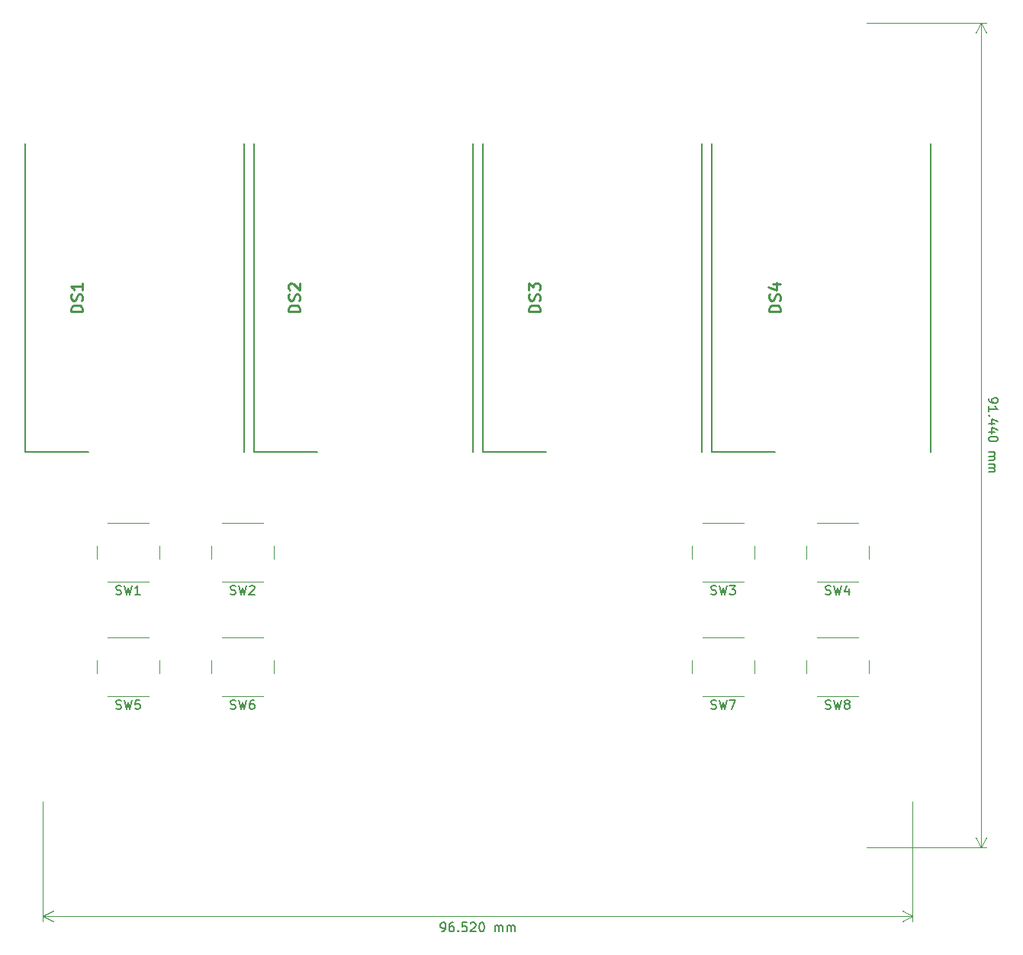
<source format=gto>
G04 #@! TF.GenerationSoftware,KiCad,Pcbnew,5.1.5-5.1.5*
G04 #@! TF.CreationDate,2019-12-29T19:55:11+11:00*
G04 #@! TF.ProjectId,inchdigits,696e6368-6469-4676-9974-732e6b696361,rev?*
G04 #@! TF.SameCoordinates,Original*
G04 #@! TF.FileFunction,Legend,Top*
G04 #@! TF.FilePolarity,Positive*
%FSLAX46Y46*%
G04 Gerber Fmt 4.6, Leading zero omitted, Abs format (unit mm)*
G04 Created by KiCad (PCBNEW 5.1.5-5.1.5) date 2019-12-29 19:55:11*
%MOMM*%
%LPD*%
G04 APERTURE LIST*
%ADD10C,0.150000*%
%ADD11C,0.120000*%
%ADD12C,0.200000*%
%ADD13C,0.254000*%
G04 APERTURE END LIST*
D10*
X110252380Y-93162380D02*
X110442857Y-93162380D01*
X110538095Y-93114761D01*
X110585714Y-93067142D01*
X110680952Y-92924285D01*
X110728571Y-92733809D01*
X110728571Y-92352857D01*
X110680952Y-92257619D01*
X110633333Y-92210000D01*
X110538095Y-92162380D01*
X110347619Y-92162380D01*
X110252380Y-92210000D01*
X110204761Y-92257619D01*
X110157142Y-92352857D01*
X110157142Y-92590952D01*
X110204761Y-92686190D01*
X110252380Y-92733809D01*
X110347619Y-92781428D01*
X110538095Y-92781428D01*
X110633333Y-92733809D01*
X110680952Y-92686190D01*
X110728571Y-92590952D01*
X111585714Y-92162380D02*
X111395238Y-92162380D01*
X111300000Y-92210000D01*
X111252380Y-92257619D01*
X111157142Y-92400476D01*
X111109523Y-92590952D01*
X111109523Y-92971904D01*
X111157142Y-93067142D01*
X111204761Y-93114761D01*
X111300000Y-93162380D01*
X111490476Y-93162380D01*
X111585714Y-93114761D01*
X111633333Y-93067142D01*
X111680952Y-92971904D01*
X111680952Y-92733809D01*
X111633333Y-92638571D01*
X111585714Y-92590952D01*
X111490476Y-92543333D01*
X111300000Y-92543333D01*
X111204761Y-92590952D01*
X111157142Y-92638571D01*
X111109523Y-92733809D01*
X112109523Y-93067142D02*
X112157142Y-93114761D01*
X112109523Y-93162380D01*
X112061904Y-93114761D01*
X112109523Y-93067142D01*
X112109523Y-93162380D01*
X113061904Y-92162380D02*
X112585714Y-92162380D01*
X112538095Y-92638571D01*
X112585714Y-92590952D01*
X112680952Y-92543333D01*
X112919047Y-92543333D01*
X113014285Y-92590952D01*
X113061904Y-92638571D01*
X113109523Y-92733809D01*
X113109523Y-92971904D01*
X113061904Y-93067142D01*
X113014285Y-93114761D01*
X112919047Y-93162380D01*
X112680952Y-93162380D01*
X112585714Y-93114761D01*
X112538095Y-93067142D01*
X113490476Y-92257619D02*
X113538095Y-92210000D01*
X113633333Y-92162380D01*
X113871428Y-92162380D01*
X113966666Y-92210000D01*
X114014285Y-92257619D01*
X114061904Y-92352857D01*
X114061904Y-92448095D01*
X114014285Y-92590952D01*
X113442857Y-93162380D01*
X114061904Y-93162380D01*
X114680952Y-92162380D02*
X114776190Y-92162380D01*
X114871428Y-92210000D01*
X114919047Y-92257619D01*
X114966666Y-92352857D01*
X115014285Y-92543333D01*
X115014285Y-92781428D01*
X114966666Y-92971904D01*
X114919047Y-93067142D01*
X114871428Y-93114761D01*
X114776190Y-93162380D01*
X114680952Y-93162380D01*
X114585714Y-93114761D01*
X114538095Y-93067142D01*
X114490476Y-92971904D01*
X114442857Y-92781428D01*
X114442857Y-92543333D01*
X114490476Y-92352857D01*
X114538095Y-92257619D01*
X114585714Y-92210000D01*
X114680952Y-92162380D01*
X116204761Y-93162380D02*
X116204761Y-92495714D01*
X116204761Y-92590952D02*
X116252380Y-92543333D01*
X116347619Y-92495714D01*
X116490476Y-92495714D01*
X116585714Y-92543333D01*
X116633333Y-92638571D01*
X116633333Y-93162380D01*
X116633333Y-92638571D02*
X116680952Y-92543333D01*
X116776190Y-92495714D01*
X116919047Y-92495714D01*
X117014285Y-92543333D01*
X117061904Y-92638571D01*
X117061904Y-93162380D01*
X117538095Y-93162380D02*
X117538095Y-92495714D01*
X117538095Y-92590952D02*
X117585714Y-92543333D01*
X117680952Y-92495714D01*
X117823809Y-92495714D01*
X117919047Y-92543333D01*
X117966666Y-92638571D01*
X117966666Y-93162380D01*
X117966666Y-92638571D02*
X118014285Y-92543333D01*
X118109523Y-92495714D01*
X118252380Y-92495714D01*
X118347619Y-92543333D01*
X118395238Y-92638571D01*
X118395238Y-93162380D01*
D11*
X66040000Y-91440000D02*
X162560000Y-91440000D01*
X66040000Y-78740000D02*
X66040000Y-92026421D01*
X162560000Y-78740000D02*
X162560000Y-92026421D01*
X162560000Y-91440000D02*
X161433496Y-92026421D01*
X162560000Y-91440000D02*
X161433496Y-90853579D01*
X66040000Y-91440000D02*
X67166504Y-92026421D01*
X66040000Y-91440000D02*
X67166504Y-90853579D01*
D10*
X170997619Y-34052380D02*
X170997619Y-34242857D01*
X171045238Y-34338095D01*
X171092857Y-34385714D01*
X171235714Y-34480952D01*
X171426190Y-34528571D01*
X171807142Y-34528571D01*
X171902380Y-34480952D01*
X171950000Y-34433333D01*
X171997619Y-34338095D01*
X171997619Y-34147619D01*
X171950000Y-34052380D01*
X171902380Y-34004761D01*
X171807142Y-33957142D01*
X171569047Y-33957142D01*
X171473809Y-34004761D01*
X171426190Y-34052380D01*
X171378571Y-34147619D01*
X171378571Y-34338095D01*
X171426190Y-34433333D01*
X171473809Y-34480952D01*
X171569047Y-34528571D01*
X170997619Y-35480952D02*
X170997619Y-34909523D01*
X170997619Y-35195238D02*
X171997619Y-35195238D01*
X171854761Y-35100000D01*
X171759523Y-35004761D01*
X171711904Y-34909523D01*
X171092857Y-35909523D02*
X171045238Y-35957142D01*
X170997619Y-35909523D01*
X171045238Y-35861904D01*
X171092857Y-35909523D01*
X170997619Y-35909523D01*
X171664285Y-36814285D02*
X170997619Y-36814285D01*
X172045238Y-36576190D02*
X171330952Y-36338095D01*
X171330952Y-36957142D01*
X171664285Y-37766666D02*
X170997619Y-37766666D01*
X172045238Y-37528571D02*
X171330952Y-37290476D01*
X171330952Y-37909523D01*
X171997619Y-38480952D02*
X171997619Y-38576190D01*
X171950000Y-38671428D01*
X171902380Y-38719047D01*
X171807142Y-38766666D01*
X171616666Y-38814285D01*
X171378571Y-38814285D01*
X171188095Y-38766666D01*
X171092857Y-38719047D01*
X171045238Y-38671428D01*
X170997619Y-38576190D01*
X170997619Y-38480952D01*
X171045238Y-38385714D01*
X171092857Y-38338095D01*
X171188095Y-38290476D01*
X171378571Y-38242857D01*
X171616666Y-38242857D01*
X171807142Y-38290476D01*
X171902380Y-38338095D01*
X171950000Y-38385714D01*
X171997619Y-38480952D01*
X170997619Y-40004761D02*
X171664285Y-40004761D01*
X171569047Y-40004761D02*
X171616666Y-40052380D01*
X171664285Y-40147619D01*
X171664285Y-40290476D01*
X171616666Y-40385714D01*
X171521428Y-40433333D01*
X170997619Y-40433333D01*
X171521428Y-40433333D02*
X171616666Y-40480952D01*
X171664285Y-40576190D01*
X171664285Y-40719047D01*
X171616666Y-40814285D01*
X171521428Y-40861904D01*
X170997619Y-40861904D01*
X170997619Y-41338095D02*
X171664285Y-41338095D01*
X171569047Y-41338095D02*
X171616666Y-41385714D01*
X171664285Y-41480952D01*
X171664285Y-41623809D01*
X171616666Y-41719047D01*
X171521428Y-41766666D01*
X170997619Y-41766666D01*
X171521428Y-41766666D02*
X171616666Y-41814285D01*
X171664285Y-41909523D01*
X171664285Y-42052380D01*
X171616666Y-42147619D01*
X171521428Y-42195238D01*
X170997619Y-42195238D01*
D11*
X170180000Y7620000D02*
X170180000Y-83820000D01*
X157480000Y7620000D02*
X170766421Y7620000D01*
X157480000Y-83820000D02*
X170766421Y-83820000D01*
X170180000Y-83820000D02*
X169593579Y-82693496D01*
X170180000Y-83820000D02*
X170766421Y-82693496D01*
X170180000Y7620000D02*
X169593579Y6493496D01*
X170180000Y7620000D02*
X170766421Y6493496D01*
X150730000Y-63040000D02*
X150730000Y-64540000D01*
X151980000Y-67040000D02*
X156480000Y-67040000D01*
X157730000Y-64540000D02*
X157730000Y-63040000D01*
X156480000Y-60540000D02*
X151980000Y-60540000D01*
X138030000Y-63040000D02*
X138030000Y-64540000D01*
X139280000Y-67040000D02*
X143780000Y-67040000D01*
X145030000Y-64540000D02*
X145030000Y-63040000D01*
X143780000Y-60540000D02*
X139280000Y-60540000D01*
X84690000Y-63040000D02*
X84690000Y-64540000D01*
X85940000Y-67040000D02*
X90440000Y-67040000D01*
X91690000Y-64540000D02*
X91690000Y-63040000D01*
X90440000Y-60540000D02*
X85940000Y-60540000D01*
X71990000Y-63040000D02*
X71990000Y-64540000D01*
X73240000Y-67040000D02*
X77740000Y-67040000D01*
X78990000Y-64540000D02*
X78990000Y-63040000D01*
X77740000Y-60540000D02*
X73240000Y-60540000D01*
X150730000Y-50340000D02*
X150730000Y-51840000D01*
X151980000Y-54340000D02*
X156480000Y-54340000D01*
X157730000Y-51840000D02*
X157730000Y-50340000D01*
X156480000Y-47840000D02*
X151980000Y-47840000D01*
X138030000Y-50340000D02*
X138030000Y-51840000D01*
X139280000Y-54340000D02*
X143780000Y-54340000D01*
X145030000Y-51840000D02*
X145030000Y-50340000D01*
X143780000Y-47840000D02*
X139280000Y-47840000D01*
X84690000Y-50340000D02*
X84690000Y-51840000D01*
X85940000Y-54340000D02*
X90440000Y-54340000D01*
X91690000Y-51840000D02*
X91690000Y-50340000D01*
X90440000Y-47840000D02*
X85940000Y-47840000D01*
X71990000Y-50340000D02*
X71990000Y-51840000D01*
X73240000Y-54340000D02*
X77740000Y-54340000D01*
X78990000Y-51840000D02*
X78990000Y-50340000D01*
X77740000Y-47840000D02*
X73240000Y-47840000D01*
D12*
X164525000Y-39985000D02*
X164525000Y-5735000D01*
X140275000Y-5735000D02*
X140275000Y-39985000D01*
X140275000Y-39985000D02*
X147320000Y-39985000D01*
X139125000Y-39985000D02*
X139125000Y-5735000D01*
X114875000Y-5735000D02*
X114875000Y-39985000D01*
X114875000Y-39985000D02*
X121920000Y-39985000D01*
X113725000Y-39985000D02*
X113725000Y-5735000D01*
X89475000Y-5735000D02*
X89475000Y-39985000D01*
X89475000Y-39985000D02*
X96520000Y-39985000D01*
X88325000Y-39985000D02*
X88325000Y-5735000D01*
X64075000Y-5735000D02*
X64075000Y-39985000D01*
X64075000Y-39985000D02*
X71120000Y-39985000D01*
D10*
X152896666Y-68444761D02*
X153039523Y-68492380D01*
X153277619Y-68492380D01*
X153372857Y-68444761D01*
X153420476Y-68397142D01*
X153468095Y-68301904D01*
X153468095Y-68206666D01*
X153420476Y-68111428D01*
X153372857Y-68063809D01*
X153277619Y-68016190D01*
X153087142Y-67968571D01*
X152991904Y-67920952D01*
X152944285Y-67873333D01*
X152896666Y-67778095D01*
X152896666Y-67682857D01*
X152944285Y-67587619D01*
X152991904Y-67540000D01*
X153087142Y-67492380D01*
X153325238Y-67492380D01*
X153468095Y-67540000D01*
X153801428Y-67492380D02*
X154039523Y-68492380D01*
X154230000Y-67778095D01*
X154420476Y-68492380D01*
X154658571Y-67492380D01*
X155182380Y-67920952D02*
X155087142Y-67873333D01*
X155039523Y-67825714D01*
X154991904Y-67730476D01*
X154991904Y-67682857D01*
X155039523Y-67587619D01*
X155087142Y-67540000D01*
X155182380Y-67492380D01*
X155372857Y-67492380D01*
X155468095Y-67540000D01*
X155515714Y-67587619D01*
X155563333Y-67682857D01*
X155563333Y-67730476D01*
X155515714Y-67825714D01*
X155468095Y-67873333D01*
X155372857Y-67920952D01*
X155182380Y-67920952D01*
X155087142Y-67968571D01*
X155039523Y-68016190D01*
X154991904Y-68111428D01*
X154991904Y-68301904D01*
X155039523Y-68397142D01*
X155087142Y-68444761D01*
X155182380Y-68492380D01*
X155372857Y-68492380D01*
X155468095Y-68444761D01*
X155515714Y-68397142D01*
X155563333Y-68301904D01*
X155563333Y-68111428D01*
X155515714Y-68016190D01*
X155468095Y-67968571D01*
X155372857Y-67920952D01*
X140196666Y-68444761D02*
X140339523Y-68492380D01*
X140577619Y-68492380D01*
X140672857Y-68444761D01*
X140720476Y-68397142D01*
X140768095Y-68301904D01*
X140768095Y-68206666D01*
X140720476Y-68111428D01*
X140672857Y-68063809D01*
X140577619Y-68016190D01*
X140387142Y-67968571D01*
X140291904Y-67920952D01*
X140244285Y-67873333D01*
X140196666Y-67778095D01*
X140196666Y-67682857D01*
X140244285Y-67587619D01*
X140291904Y-67540000D01*
X140387142Y-67492380D01*
X140625238Y-67492380D01*
X140768095Y-67540000D01*
X141101428Y-67492380D02*
X141339523Y-68492380D01*
X141530000Y-67778095D01*
X141720476Y-68492380D01*
X141958571Y-67492380D01*
X142244285Y-67492380D02*
X142910952Y-67492380D01*
X142482380Y-68492380D01*
X86856666Y-68444761D02*
X86999523Y-68492380D01*
X87237619Y-68492380D01*
X87332857Y-68444761D01*
X87380476Y-68397142D01*
X87428095Y-68301904D01*
X87428095Y-68206666D01*
X87380476Y-68111428D01*
X87332857Y-68063809D01*
X87237619Y-68016190D01*
X87047142Y-67968571D01*
X86951904Y-67920952D01*
X86904285Y-67873333D01*
X86856666Y-67778095D01*
X86856666Y-67682857D01*
X86904285Y-67587619D01*
X86951904Y-67540000D01*
X87047142Y-67492380D01*
X87285238Y-67492380D01*
X87428095Y-67540000D01*
X87761428Y-67492380D02*
X87999523Y-68492380D01*
X88190000Y-67778095D01*
X88380476Y-68492380D01*
X88618571Y-67492380D01*
X89428095Y-67492380D02*
X89237619Y-67492380D01*
X89142380Y-67540000D01*
X89094761Y-67587619D01*
X88999523Y-67730476D01*
X88951904Y-67920952D01*
X88951904Y-68301904D01*
X88999523Y-68397142D01*
X89047142Y-68444761D01*
X89142380Y-68492380D01*
X89332857Y-68492380D01*
X89428095Y-68444761D01*
X89475714Y-68397142D01*
X89523333Y-68301904D01*
X89523333Y-68063809D01*
X89475714Y-67968571D01*
X89428095Y-67920952D01*
X89332857Y-67873333D01*
X89142380Y-67873333D01*
X89047142Y-67920952D01*
X88999523Y-67968571D01*
X88951904Y-68063809D01*
X74156666Y-68444761D02*
X74299523Y-68492380D01*
X74537619Y-68492380D01*
X74632857Y-68444761D01*
X74680476Y-68397142D01*
X74728095Y-68301904D01*
X74728095Y-68206666D01*
X74680476Y-68111428D01*
X74632857Y-68063809D01*
X74537619Y-68016190D01*
X74347142Y-67968571D01*
X74251904Y-67920952D01*
X74204285Y-67873333D01*
X74156666Y-67778095D01*
X74156666Y-67682857D01*
X74204285Y-67587619D01*
X74251904Y-67540000D01*
X74347142Y-67492380D01*
X74585238Y-67492380D01*
X74728095Y-67540000D01*
X75061428Y-67492380D02*
X75299523Y-68492380D01*
X75490000Y-67778095D01*
X75680476Y-68492380D01*
X75918571Y-67492380D01*
X76775714Y-67492380D02*
X76299523Y-67492380D01*
X76251904Y-67968571D01*
X76299523Y-67920952D01*
X76394761Y-67873333D01*
X76632857Y-67873333D01*
X76728095Y-67920952D01*
X76775714Y-67968571D01*
X76823333Y-68063809D01*
X76823333Y-68301904D01*
X76775714Y-68397142D01*
X76728095Y-68444761D01*
X76632857Y-68492380D01*
X76394761Y-68492380D01*
X76299523Y-68444761D01*
X76251904Y-68397142D01*
X152896666Y-55744761D02*
X153039523Y-55792380D01*
X153277619Y-55792380D01*
X153372857Y-55744761D01*
X153420476Y-55697142D01*
X153468095Y-55601904D01*
X153468095Y-55506666D01*
X153420476Y-55411428D01*
X153372857Y-55363809D01*
X153277619Y-55316190D01*
X153087142Y-55268571D01*
X152991904Y-55220952D01*
X152944285Y-55173333D01*
X152896666Y-55078095D01*
X152896666Y-54982857D01*
X152944285Y-54887619D01*
X152991904Y-54840000D01*
X153087142Y-54792380D01*
X153325238Y-54792380D01*
X153468095Y-54840000D01*
X153801428Y-54792380D02*
X154039523Y-55792380D01*
X154230000Y-55078095D01*
X154420476Y-55792380D01*
X154658571Y-54792380D01*
X155468095Y-55125714D02*
X155468095Y-55792380D01*
X155230000Y-54744761D02*
X154991904Y-55459047D01*
X155610952Y-55459047D01*
X140196666Y-55744761D02*
X140339523Y-55792380D01*
X140577619Y-55792380D01*
X140672857Y-55744761D01*
X140720476Y-55697142D01*
X140768095Y-55601904D01*
X140768095Y-55506666D01*
X140720476Y-55411428D01*
X140672857Y-55363809D01*
X140577619Y-55316190D01*
X140387142Y-55268571D01*
X140291904Y-55220952D01*
X140244285Y-55173333D01*
X140196666Y-55078095D01*
X140196666Y-54982857D01*
X140244285Y-54887619D01*
X140291904Y-54840000D01*
X140387142Y-54792380D01*
X140625238Y-54792380D01*
X140768095Y-54840000D01*
X141101428Y-54792380D02*
X141339523Y-55792380D01*
X141530000Y-55078095D01*
X141720476Y-55792380D01*
X141958571Y-54792380D01*
X142244285Y-54792380D02*
X142863333Y-54792380D01*
X142530000Y-55173333D01*
X142672857Y-55173333D01*
X142768095Y-55220952D01*
X142815714Y-55268571D01*
X142863333Y-55363809D01*
X142863333Y-55601904D01*
X142815714Y-55697142D01*
X142768095Y-55744761D01*
X142672857Y-55792380D01*
X142387142Y-55792380D01*
X142291904Y-55744761D01*
X142244285Y-55697142D01*
X86856666Y-55744761D02*
X86999523Y-55792380D01*
X87237619Y-55792380D01*
X87332857Y-55744761D01*
X87380476Y-55697142D01*
X87428095Y-55601904D01*
X87428095Y-55506666D01*
X87380476Y-55411428D01*
X87332857Y-55363809D01*
X87237619Y-55316190D01*
X87047142Y-55268571D01*
X86951904Y-55220952D01*
X86904285Y-55173333D01*
X86856666Y-55078095D01*
X86856666Y-54982857D01*
X86904285Y-54887619D01*
X86951904Y-54840000D01*
X87047142Y-54792380D01*
X87285238Y-54792380D01*
X87428095Y-54840000D01*
X87761428Y-54792380D02*
X87999523Y-55792380D01*
X88190000Y-55078095D01*
X88380476Y-55792380D01*
X88618571Y-54792380D01*
X88951904Y-54887619D02*
X88999523Y-54840000D01*
X89094761Y-54792380D01*
X89332857Y-54792380D01*
X89428095Y-54840000D01*
X89475714Y-54887619D01*
X89523333Y-54982857D01*
X89523333Y-55078095D01*
X89475714Y-55220952D01*
X88904285Y-55792380D01*
X89523333Y-55792380D01*
X74156666Y-55744761D02*
X74299523Y-55792380D01*
X74537619Y-55792380D01*
X74632857Y-55744761D01*
X74680476Y-55697142D01*
X74728095Y-55601904D01*
X74728095Y-55506666D01*
X74680476Y-55411428D01*
X74632857Y-55363809D01*
X74537619Y-55316190D01*
X74347142Y-55268571D01*
X74251904Y-55220952D01*
X74204285Y-55173333D01*
X74156666Y-55078095D01*
X74156666Y-54982857D01*
X74204285Y-54887619D01*
X74251904Y-54840000D01*
X74347142Y-54792380D01*
X74585238Y-54792380D01*
X74728095Y-54840000D01*
X75061428Y-54792380D02*
X75299523Y-55792380D01*
X75490000Y-55078095D01*
X75680476Y-55792380D01*
X75918571Y-54792380D01*
X76823333Y-55792380D02*
X76251904Y-55792380D01*
X76537619Y-55792380D02*
X76537619Y-54792380D01*
X76442380Y-54935238D01*
X76347142Y-55030476D01*
X76251904Y-55078095D01*
D13*
X147894523Y-24402142D02*
X146624523Y-24402142D01*
X146624523Y-24099761D01*
X146685000Y-23918333D01*
X146805952Y-23797380D01*
X146926904Y-23736904D01*
X147168809Y-23676428D01*
X147350238Y-23676428D01*
X147592142Y-23736904D01*
X147713095Y-23797380D01*
X147834047Y-23918333D01*
X147894523Y-24099761D01*
X147894523Y-24402142D01*
X147834047Y-23192619D02*
X147894523Y-23011190D01*
X147894523Y-22708809D01*
X147834047Y-22587857D01*
X147773571Y-22527380D01*
X147652619Y-22466904D01*
X147531666Y-22466904D01*
X147410714Y-22527380D01*
X147350238Y-22587857D01*
X147289761Y-22708809D01*
X147229285Y-22950714D01*
X147168809Y-23071666D01*
X147108333Y-23132142D01*
X146987380Y-23192619D01*
X146866428Y-23192619D01*
X146745476Y-23132142D01*
X146685000Y-23071666D01*
X146624523Y-22950714D01*
X146624523Y-22648333D01*
X146685000Y-22466904D01*
X147047857Y-21378333D02*
X147894523Y-21378333D01*
X146564047Y-21680714D02*
X147471190Y-21983095D01*
X147471190Y-21196904D01*
X121224523Y-24402142D02*
X119954523Y-24402142D01*
X119954523Y-24099761D01*
X120015000Y-23918333D01*
X120135952Y-23797380D01*
X120256904Y-23736904D01*
X120498809Y-23676428D01*
X120680238Y-23676428D01*
X120922142Y-23736904D01*
X121043095Y-23797380D01*
X121164047Y-23918333D01*
X121224523Y-24099761D01*
X121224523Y-24402142D01*
X121164047Y-23192619D02*
X121224523Y-23011190D01*
X121224523Y-22708809D01*
X121164047Y-22587857D01*
X121103571Y-22527380D01*
X120982619Y-22466904D01*
X120861666Y-22466904D01*
X120740714Y-22527380D01*
X120680238Y-22587857D01*
X120619761Y-22708809D01*
X120559285Y-22950714D01*
X120498809Y-23071666D01*
X120438333Y-23132142D01*
X120317380Y-23192619D01*
X120196428Y-23192619D01*
X120075476Y-23132142D01*
X120015000Y-23071666D01*
X119954523Y-22950714D01*
X119954523Y-22648333D01*
X120015000Y-22466904D01*
X119954523Y-22043571D02*
X119954523Y-21257380D01*
X120438333Y-21680714D01*
X120438333Y-21499285D01*
X120498809Y-21378333D01*
X120559285Y-21317857D01*
X120680238Y-21257380D01*
X120982619Y-21257380D01*
X121103571Y-21317857D01*
X121164047Y-21378333D01*
X121224523Y-21499285D01*
X121224523Y-21862142D01*
X121164047Y-21983095D01*
X121103571Y-22043571D01*
X94554523Y-24402142D02*
X93284523Y-24402142D01*
X93284523Y-24099761D01*
X93345000Y-23918333D01*
X93465952Y-23797380D01*
X93586904Y-23736904D01*
X93828809Y-23676428D01*
X94010238Y-23676428D01*
X94252142Y-23736904D01*
X94373095Y-23797380D01*
X94494047Y-23918333D01*
X94554523Y-24099761D01*
X94554523Y-24402142D01*
X94494047Y-23192619D02*
X94554523Y-23011190D01*
X94554523Y-22708809D01*
X94494047Y-22587857D01*
X94433571Y-22527380D01*
X94312619Y-22466904D01*
X94191666Y-22466904D01*
X94070714Y-22527380D01*
X94010238Y-22587857D01*
X93949761Y-22708809D01*
X93889285Y-22950714D01*
X93828809Y-23071666D01*
X93768333Y-23132142D01*
X93647380Y-23192619D01*
X93526428Y-23192619D01*
X93405476Y-23132142D01*
X93345000Y-23071666D01*
X93284523Y-22950714D01*
X93284523Y-22648333D01*
X93345000Y-22466904D01*
X93405476Y-21983095D02*
X93345000Y-21922619D01*
X93284523Y-21801666D01*
X93284523Y-21499285D01*
X93345000Y-21378333D01*
X93405476Y-21317857D01*
X93526428Y-21257380D01*
X93647380Y-21257380D01*
X93828809Y-21317857D01*
X94554523Y-22043571D01*
X94554523Y-21257380D01*
X70424523Y-24402142D02*
X69154523Y-24402142D01*
X69154523Y-24099761D01*
X69215000Y-23918333D01*
X69335952Y-23797380D01*
X69456904Y-23736904D01*
X69698809Y-23676428D01*
X69880238Y-23676428D01*
X70122142Y-23736904D01*
X70243095Y-23797380D01*
X70364047Y-23918333D01*
X70424523Y-24099761D01*
X70424523Y-24402142D01*
X70364047Y-23192619D02*
X70424523Y-23011190D01*
X70424523Y-22708809D01*
X70364047Y-22587857D01*
X70303571Y-22527380D01*
X70182619Y-22466904D01*
X70061666Y-22466904D01*
X69940714Y-22527380D01*
X69880238Y-22587857D01*
X69819761Y-22708809D01*
X69759285Y-22950714D01*
X69698809Y-23071666D01*
X69638333Y-23132142D01*
X69517380Y-23192619D01*
X69396428Y-23192619D01*
X69275476Y-23132142D01*
X69215000Y-23071666D01*
X69154523Y-22950714D01*
X69154523Y-22648333D01*
X69215000Y-22466904D01*
X70424523Y-21257380D02*
X70424523Y-21983095D01*
X70424523Y-21620238D02*
X69154523Y-21620238D01*
X69335952Y-21741190D01*
X69456904Y-21862142D01*
X69517380Y-21983095D01*
M02*

</source>
